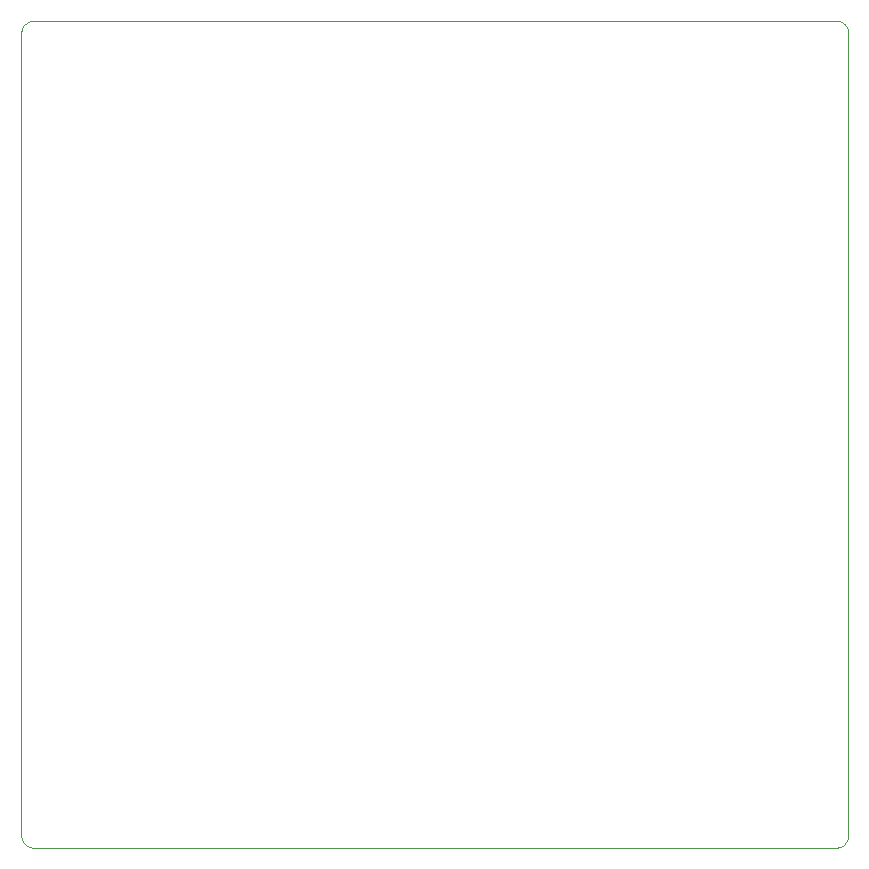
<source format=gm1>
G04 #@! TF.GenerationSoftware,KiCad,Pcbnew,7.0.2-6a45011f42~172~ubuntu22.04.1*
G04 #@! TF.CreationDate,2023-05-25T04:58:00+08:00*
G04 #@! TF.ProjectId,panel_2_1,70616e65-6c5f-4325-9f31-2e6b69636164,rev?*
G04 #@! TF.SameCoordinates,Original*
G04 #@! TF.FileFunction,Profile,NP*
%FSLAX46Y46*%
G04 Gerber Fmt 4.6, Leading zero omitted, Abs format (unit mm)*
G04 Created by KiCad (PCBNEW 7.0.2-6a45011f42~172~ubuntu22.04.1) date 2023-05-25 04:58:00*
%MOMM*%
%LPD*%
G01*
G04 APERTURE LIST*
G04 #@! TA.AperFunction,Profile*
%ADD10C,0.100000*%
G04 #@! TD*
G04 APERTURE END LIST*
D10*
X19214Y-804909D02*
X4815Y-901982D01*
X69831469Y-444429D02*
X69773010Y-365606D01*
X69195090Y-19214D02*
X69098017Y-4815D01*
X69195090Y-69980785D02*
X69290284Y-69956940D01*
X69098017Y-69995184D02*
X69195090Y-69980785D01*
X69995184Y-69098017D02*
X70000000Y-69000000D01*
X0Y-69000000D02*
X4815Y-69098017D01*
X617316Y-69923879D02*
X709715Y-69956940D01*
X69098017Y-4815D02*
X69000000Y0D01*
X69881921Y-528603D02*
X69831469Y-444429D01*
X69923879Y-69382683D02*
X69956940Y-69290284D01*
X1000000Y-70000000D02*
X69000000Y-70000000D01*
X69000000Y-70000000D02*
X69098017Y-69995184D01*
X69923879Y-617316D02*
X69881921Y-528603D01*
X709715Y-43059D02*
X617316Y-76120D01*
X43059Y-69290284D02*
X76120Y-69382683D01*
X365606Y-226989D02*
X292893Y-292893D01*
X444429Y-168530D02*
X365606Y-226989D01*
X69471396Y-118078D02*
X69382683Y-76120D01*
X70000000Y-69000000D02*
X70000000Y-1000000D01*
X69881921Y-69471396D02*
X69923879Y-69382683D01*
X69290284Y-43059D02*
X69195090Y-19214D01*
X528603Y-118078D02*
X444429Y-168530D01*
X901982Y-69995184D02*
X1000000Y-70000000D01*
X69382683Y-69923879D02*
X69471396Y-69881921D01*
X69555570Y-69831469D02*
X69634393Y-69773010D01*
X709715Y-69956940D02*
X804909Y-69980785D01*
X226989Y-365606D02*
X168530Y-444429D01*
X69831469Y-69555570D02*
X69881921Y-69471396D01*
X69956940Y-709715D02*
X69923879Y-617316D01*
X4815Y-901982D02*
X0Y-1000000D01*
X292893Y-292893D02*
X226989Y-365606D01*
X292893Y-69707106D02*
X365606Y-69773010D01*
X69555570Y-168530D02*
X69471396Y-118078D01*
X0Y-1000000D02*
X0Y-69000000D01*
X69773010Y-69634393D02*
X69831469Y-69555570D01*
X118078Y-69471396D02*
X168530Y-69555570D01*
X69634393Y-226989D02*
X69555570Y-168530D01*
X168530Y-444429D02*
X118078Y-528603D01*
X226989Y-69634393D02*
X292893Y-69707106D01*
X19214Y-69195090D02*
X43059Y-69290284D01*
X4815Y-69098017D02*
X19214Y-69195090D01*
X70000000Y-1000000D02*
X69995184Y-901982D01*
X69956940Y-69290284D02*
X69980785Y-69195090D01*
X69995184Y-901982D02*
X69980785Y-804909D01*
X118078Y-528603D02*
X76120Y-617316D01*
X43059Y-709715D02*
X19214Y-804909D01*
X804909Y-19214D02*
X709715Y-43059D01*
X69471396Y-69881921D02*
X69555570Y-69831469D01*
X69290284Y-69956940D02*
X69382683Y-69923879D01*
X69000000Y0D02*
X1000000Y0D01*
X69707106Y-69707106D02*
X69773010Y-69634393D01*
X69980785Y-804909D02*
X69956940Y-709715D01*
X69707106Y-292893D02*
X69634393Y-226989D01*
X69980785Y-69195090D02*
X69995184Y-69098017D01*
X76120Y-617316D02*
X43059Y-709715D01*
X69634393Y-69773010D02*
X69707106Y-69707106D01*
X76120Y-69382683D02*
X118078Y-69471396D01*
X528603Y-69881921D02*
X617316Y-69923879D01*
X617316Y-76120D02*
X528603Y-118078D01*
X804909Y-69980785D02*
X901982Y-69995184D01*
X69980785Y-804909D02*
X69980785Y-804909D01*
X69382683Y-76120D02*
X69290284Y-43059D01*
X168530Y-69555570D02*
X226989Y-69634393D01*
X901982Y-4815D02*
X804909Y-19214D01*
X1000000Y0D02*
X901982Y-4815D01*
X365606Y-69773010D02*
X444429Y-69831469D01*
X444429Y-69831469D02*
X528603Y-69881921D01*
X69773010Y-365606D02*
X69707106Y-292893D01*
M02*

</source>
